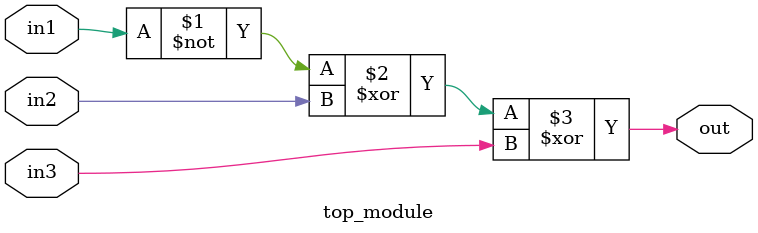
<source format=v>
module top_module (
    input in1,
    input in2,
    input in3,
    output out);
    assign out = (~in1 ^ in2) ^ in3;
endmodule
</source>
